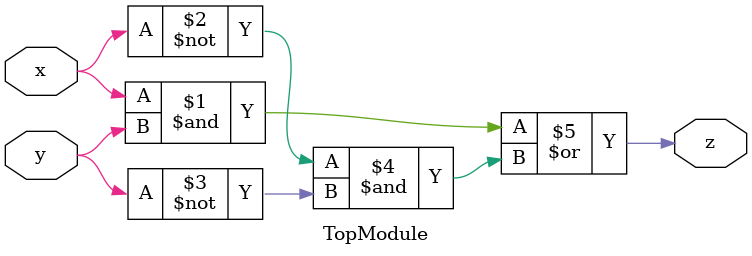
<source format=sv>
module TopModule(
    input logic x,
    input logic y,
    output logic z
);

    assign z = (x & y) | (~x & ~y);

endmodule
</source>
